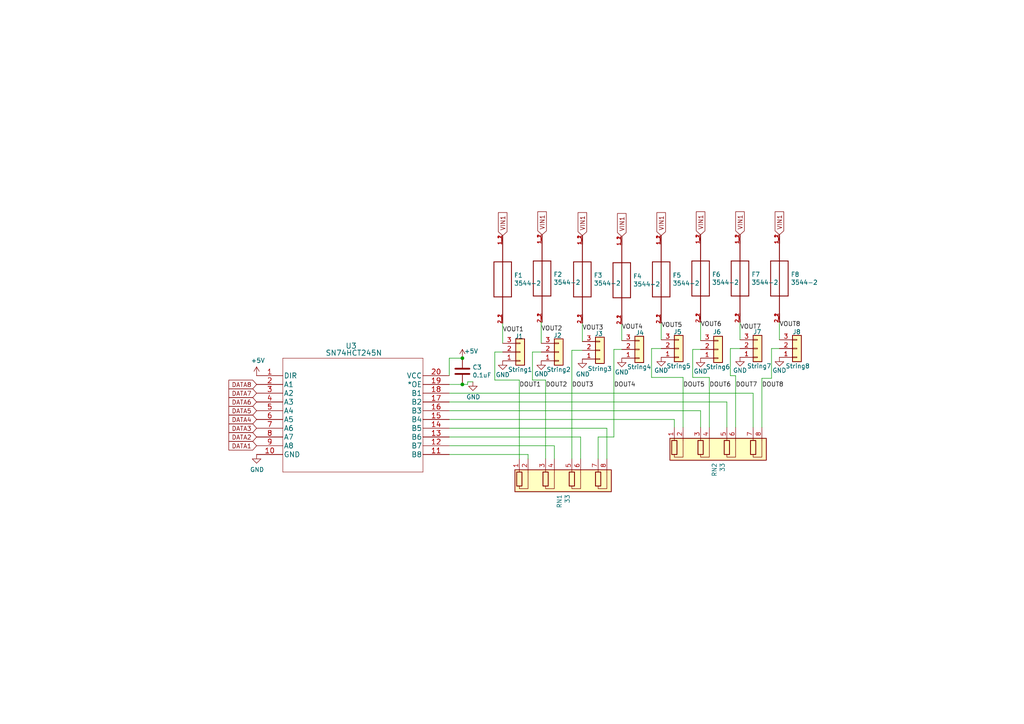
<source format=kicad_sch>
(kicad_sch (version 20211123) (generator eeschema)
  (paper "A4")
  (title_block (title "BBB 16") (date "2021-11-04") (rev "v2.1") (company "Scott Hanson"))
  (lib_symbols
    (symbol "BBB_16-rescue:3544-2-Keystone_Fuse" (pin_names (offset 1.016) hide)
      (property "Reference" "F" (at -5.08 3.302 0))
      (property "Value" "3544-2-Keystone_Fuse" (at -5.08 -5.08 0))
      (symbol "3544-2-Keystone_Fuse_0_0"
        (polyline (pts (xy -12.7 0) (xy 12.7 0)) (stroke (width 0.254)))
        (polyline (pts (xy -5.08 -2.54) (xy -5.08 2.54)) (stroke (width 0.254)))
        (polyline (pts (xy -5.08 2.54) (xy 5.08 2.54)) (stroke (width 0.254)))
        (polyline (pts (xy 5.08 -2.54) (xy -5.08 -2.54)) (stroke (width 0.254)))
        (polyline (pts (xy 5.08 2.54) (xy 5.08 -2.54)) (stroke (width 0.254)))
        (pin passive line (at -12.7 0 0) (length 2.54) (name "1") (number "1_1"))
        (pin passive line (at -12.7 0 0) (length 2.54) (name "1") (number "1_2"))
        (pin passive line (at 12.7 0 180) (length 2.54) (name "2") (number "2_1"))
        (pin passive line (at 12.7 0 180) (length 2.54) (name "2") (number "2_2"))
      )
    )
    (symbol "BBB_16-rescue:C-Device" (pin_numbers hide) (pin_names (offset 0.254))
      (property "Reference" "C" (at 0.635 2.54 0))
      (property "Value" "C-Device" (at 0.635 -2.54 0))
      (symbol "C-Device_0_1"
        (polyline (pts (xy -2.032 -0.762) (xy 2.032 -0.762)) (stroke (width 0.508)))
        (polyline (pts (xy -2.032 0.762) (xy 2.032 0.762)) (stroke (width 0.508)))
      )
      (symbol "C-Device_1_1"
        (pin passive line (at 0 3.81 270) (length 2.794) (name "~") (number "1"))
        (pin passive line (at 0 -3.81 90) (length 2.794) (name "~") (number "2"))
      )
    )
    (symbol "BBB_16-rescue:R_Pack04_SIP-Device" (pin_names (offset 0) hide)
      (property "Reference" "RN" (at -15.24 0 90))
      (property "Value" "R_Pack04_SIP-Device" (at 15.24 0 90))
      (symbol "R_Pack04_SIP-Device_0_1"
        (rectangle (start -13.97 -1.905) (end 13.97 4.445) (stroke (width 0.254)) (fill (type background)))
        (rectangle (start -13.462 2.794) (end -11.938 -1.27) (stroke (width 0.254)))
        (rectangle (start -5.842 2.794) (end -4.318 -1.27) (stroke (width 0.254)))
        (polyline (pts (xy -12.7 2.794) (xy -12.7 3.556) (xy -10.16 3.556) (xy -10.16 -1.27)))
        (polyline (pts (xy -5.08 2.794) (xy -5.08 3.556) (xy -2.54 3.556) (xy -2.54 -1.27)))
        (polyline (pts (xy 2.54 2.794) (xy 2.54 3.556) (xy 5.08 3.556) (xy 5.08 -1.27)))
        (polyline (pts (xy 10.16 2.794) (xy 10.16 3.556) (xy 12.7 3.556) (xy 12.7 -1.27)))
        (rectangle (start 1.778 2.794) (end 3.302 -1.27) (stroke (width 0.254)))
        (rectangle (start 9.398 2.794) (end 10.922 -1.27) (stroke (width 0.254)))
      )
      (symbol "R_Pack04_SIP-Device_1_1"
        (pin passive line (at -12.7 -5.08 90) (length 3.81) (name "R1.1") (number "1"))
        (pin passive line (at -10.16 -5.08 90) (length 3.81) (name "R1.2") (number "2"))
        (pin passive line (at -5.08 -5.08 90) (length 3.81) (name "R2.1") (number "3"))
        (pin passive line (at -2.54 -5.08 90) (length 3.81) (name "R2.2") (number "4"))
        (pin passive line (at 2.54 -5.08 90) (length 3.81) (name "R3.1") (number "5"))
        (pin passive line (at 5.08 -5.08 90) (length 3.81) (name "R3.2") (number "6"))
        (pin passive line (at 10.16 -5.08 90) (length 3.81) (name "R4.1") (number "7"))
        (pin passive line (at 12.7 -5.08 90) (length 3.81) (name "R4.2") (number "8"))
      )
    )
    (symbol "BBB_16-rescue:SN74HCT245N-SN74HCT245N" (pin_names (offset 0.254))
      (property "Reference" "U" (at 27.94 10.16 0))
      (property "Value" "SN74HCT245N-SN74HCT245N" (at 27.94 7.62 0))
      (symbol "SN74HCT245N-SN74HCT245N_1_0"
        (polyline (pts (xy 7.62 -27.94) (xy 48.26 -27.94)) (stroke (width 0.127)))
        (polyline (pts (xy 7.62 5.08) (xy 7.62 -27.94)) (stroke (width 0.127)))
        (polyline (pts (xy 48.26 -27.94) (xy 48.26 5.08)) (stroke (width 0.127)))
        (polyline (pts (xy 48.26 5.08) (xy 7.62 5.08)) (stroke (width 0.127)))
        (pin input line (at 0 0 0) (length 7.62) (name "DIR") (number "1"))
        (pin power_in line (at 0 -22.86 0) (length 7.62) (name "GND") (number "10"))
        (pin bidirectional line (at 55.88 -22.86 180) (length 7.62) (name "B8") (number "11"))
        (pin bidirectional line (at 55.88 -20.32 180) (length 7.62) (name "B7") (number "12"))
        (pin bidirectional line (at 55.88 -17.78 180) (length 7.62) (name "B6") (number "13"))
        (pin bidirectional line (at 55.88 -15.24 180) (length 7.62) (name "B5") (number "14"))
        (pin bidirectional line (at 55.88 -12.7 180) (length 7.62) (name "B4") (number "15"))
        (pin bidirectional line (at 55.88 -10.16 180) (length 7.62) (name "B3") (number "16"))
        (pin bidirectional line (at 55.88 -7.62 180) (length 7.62) (name "B2") (number "17"))
        (pin bidirectional line (at 55.88 -5.08 180) (length 7.62) (name "B1") (number "18"))
        (pin input line (at 55.88 -2.54 180) (length 7.62) (name "*OE") (number "19"))
        (pin bidirectional line (at 0 -2.54 0) (length 7.62) (name "A1") (number "2"))
        (pin power_in line (at 55.88 0 180) (length 7.62) (name "VCC") (number "20"))
        (pin bidirectional line (at 0 -5.08 0) (length 7.62) (name "A2") (number "3"))
        (pin bidirectional line (at 0 -7.62 0) (length 7.62) (name "A3") (number "4"))
        (pin bidirectional line (at 0 -10.16 0) (length 7.62) (name "A4") (number "5"))
        (pin bidirectional line (at 0 -12.7 0) (length 7.62) (name "A5") (number "6"))
        (pin bidirectional line (at 0 -15.24 0) (length 7.62) (name "A6") (number "7"))
        (pin bidirectional line (at 0 -17.78 0) (length 7.62) (name "A7") (number "8"))
        (pin bidirectional line (at 0 -20.32 0) (length 7.62) (name "A8") (number "9"))
      )
    )
    (symbol "Connector_Generic:Conn_01x03" (pin_names (offset 1.016) hide)
      (property "Reference" "J" (at 0 5.08 0))
      (property "Value" "Conn_01x03" (at 0 -5.08 0))
      (symbol "Conn_01x03_1_1"
        (rectangle (start -1.27 -2.413) (end 0 -2.667) (stroke (width 0.1524)))
        (rectangle (start -1.27 0.127) (end 0 -0.127) (stroke (width 0.1524)))
        (rectangle (start -1.27 2.667) (end 0 2.413) (stroke (width 0.1524)))
        (rectangle (start -1.27 3.81) (end 1.27 -3.81) (stroke (width 0.254)) (fill (type background)))
        (pin passive line (at -5.08 2.54 0) (length 3.81) (name "Pin_1") (number "1"))
        (pin passive line (at -5.08 0 0) (length 3.81) (name "Pin_2") (number "2"))
        (pin passive line (at -5.08 -2.54 0) (length 3.81) (name "Pin_3") (number "3"))
      )
    )
    (symbol "power:+5V" (power) (pin_names (offset 0))
      (property "Value" "+5V" (at 0 3.556 0))
      (symbol "+5V_0_1"
        (polyline (pts (xy -0.762 1.27) (xy 0 2.54)))
        (polyline (pts (xy 0 0) (xy 0 2.54)))
        (polyline (pts (xy 0 2.54) (xy 0.762 1.27)))
      )
      (symbol "+5V_1_1"
        (pin power_in line (at 0 0 90) (length 0) hide (name "+5V") (number "1"))
      )
    )
    (symbol "power:GND" (power) (pin_names (offset 0))
      (property "Value" "GND" (at 0 -3.81 0))
      (symbol "GND_0_1"
        (polyline (pts (xy 0 0) (xy 0 -1.27) (xy 1.27 -1.27) (xy 0 -2.54) (xy -1.27 -1.27) (xy 0 -1.27)))
      )
      (symbol "GND_1_1"
        (pin power_in line (at 0 0 270) (length 0) hide (name "GND") (number "1"))
      )
    )
  )
  (junction (at 134.112 111.506))
  (junction (at 134.112 103.886))
  (wire (pts (xy 135.636 110.744) (xy 135.636 111.506)))
  (wire (pts (xy 213.36 108.966) (xy 211.836 108.966)))
  (wire (pts (xy 214.63 93.472) (xy 214.63 98.552)))
  (wire (pts (xy 210.82 116.586) (xy 210.82 123.952)))
  (wire (pts (xy 156.972 93.472) (xy 157.226 93.472)))
  (wire (pts (xy 223.774 101.092) (xy 226.06 101.092)))
  (wire (pts (xy 211.836 101.092) (xy 214.63 101.092)))
  (wire (pts (xy 130.302 103.886) (xy 130.302 108.966)))
  (wire (pts (xy 134.112 103.886) (xy 130.302 103.886)))
  (wire (pts (xy 160.782 129.286) (xy 160.782 133.096)))
  (wire (pts (xy 191.77 101.092) (xy 188.976 101.092)))
  (wire (pts (xy 223.774 109.728) (xy 223.774 101.092)))
  (wire (pts (xy 130.302 124.206) (xy 176.022 124.206)))
  (wire (pts (xy 130.302 126.746) (xy 168.402 126.746)))
  (wire (pts (xy 168.91 93.726) (xy 168.91 99.06)))
  (wire (pts (xy 165.862 101.6) (xy 168.91 101.6)))
  (wire (pts (xy 220.98 123.952) (xy 220.98 109.728)))
  (wire (pts (xy 134.112 111.506) (xy 130.302 111.506)))
  (wire (pts (xy 135.636 111.506) (xy 134.112 111.506)))
  (wire (pts (xy 180.34 98.806) (xy 180.34 93.98)))
  (wire (pts (xy 203.2 123.952) (xy 203.2 119.126)))
  (wire (pts (xy 180.34 101.346) (xy 178.054 101.346)))
  (wire (pts (xy 165.862 133.096) (xy 165.862 101.6)))
  (wire (pts (xy 211.836 108.966) (xy 211.836 101.092)))
  (wire (pts (xy 130.302 129.286) (xy 160.782 129.286)))
  (wire (pts (xy 154.432 110.236) (xy 154.432 102.108)))
  (wire (pts (xy 145.796 93.726) (xy 145.796 99.568)))
  (wire (pts (xy 226.06 98.552) (xy 226.06 93.472)))
  (wire (pts (xy 200.914 101.346) (xy 200.914 109.474)))
  (wire (pts (xy 168.402 126.746) (xy 168.402 133.096)))
  (wire (pts (xy 143.51 102.108) (xy 145.796 102.108)))
  (wire (pts (xy 150.622 133.096) (xy 150.622 110.236)))
  (wire (pts (xy 218.44 114.046) (xy 218.44 123.952)))
  (wire (pts (xy 173.482 126.746) (xy 173.482 133.096)))
  (wire (pts (xy 137.16 110.744) (xy 135.636 110.744)))
  (wire (pts (xy 188.976 101.092) (xy 188.976 109.474)))
  (wire (pts (xy 195.58 121.666) (xy 195.58 123.952)))
  (wire (pts (xy 188.976 109.474) (xy 198.12 109.474)))
  (wire (pts (xy 176.022 124.206) (xy 176.022 133.096)))
  (wire (pts (xy 158.242 133.096) (xy 158.242 110.236)))
  (wire (pts (xy 203.2 93.472) (xy 203.2 98.806)))
  (wire (pts (xy 130.302 114.046) (xy 218.44 114.046)))
  (wire (pts (xy 158.242 110.236) (xy 154.432 110.236)))
  (wire (pts (xy 130.302 121.666) (xy 195.58 121.666)))
  (wire (pts (xy 130.302 119.126) (xy 203.2 119.126)))
  (wire (pts (xy 143.51 110.236) (xy 143.51 102.108)))
  (wire (pts (xy 153.162 131.826) (xy 153.162 133.096)))
  (wire (pts (xy 213.36 123.952) (xy 213.36 108.966)))
  (wire (pts (xy 130.302 131.826) (xy 153.162 131.826)))
  (wire (pts (xy 191.77 98.552) (xy 191.77 93.726)))
  (wire (pts (xy 150.622 110.236) (xy 143.51 110.236)))
  (wire (pts (xy 220.98 109.728) (xy 223.774 109.728)))
  (wire (pts (xy 200.914 109.474) (xy 205.74 109.474)))
  (wire (pts (xy 178.054 101.346) (xy 178.054 126.746)))
  (wire (pts (xy 156.972 102.108) (xy 154.432 102.108)))
  (wire (pts (xy 156.972 99.568) (xy 156.972 93.472)))
  (wire (pts (xy 198.12 109.474) (xy 198.12 123.952)))
  (wire (pts (xy 205.74 109.474) (xy 205.74 123.952)))
  (wire (pts (xy 178.054 126.746) (xy 173.482 126.746)))
  (wire (pts (xy 130.302 116.586) (xy 210.82 116.586)))
  (wire (pts (xy 203.2 101.346) (xy 200.914 101.346)))
  (label "DOUT3" (at 165.862 112.522 0))
  (label "DOUT6" (at 205.74 112.522 0))
  (label "VOUT5" (at 191.77 95.25 0))
  (label "VOUT6" (at 203.2 94.996 0))
  (label "DOUT4" (at 178.054 112.522 0))
  (label "DOUT1" (at 150.622 112.522 0))
  (label "VOUT4" (at 180.34 95.758 0))
  (label "VOUT2" (at 156.972 96.266 0))
  (label "DOUT2" (at 158.242 112.522 0))
  (label "DOUT8" (at 220.98 112.522 0))
  (label "DOUT5" (at 198.12 112.522 0))
  (label "VOUT8" (at 226.06 94.996 0))
  (label "VOUT7" (at 214.63 95.758 0))
  (label "VOUT1" (at 145.796 96.52 0))
  (label "VOUT3" (at 168.91 96.012 0))
  (label "DOUT7" (at 213.36 112.522 0))
  (global_label "DATA3" (shape input) (at 74.422 124.206 180) (property "Intersheet References" "${INTERSHEET_REFS}" (effects hide)))
  (global_label "VIN1" (shape input) (at 203.2 68.072 90) (property "Intersheet References" "${INTERSHEET_REFS}" (effects hide)))
  (global_label "DATA1" (shape input) (at 74.422 129.286 180) (property "Intersheet References" "${INTERSHEET_REFS}" (effects hide)))
  (global_label "DATA5" (shape input) (at 74.422 119.126 180) (property "Intersheet References" "${INTERSHEET_REFS}" (effects hide)))
  (global_label "DATA2" (shape input) (at 74.422 126.746 180) (property "Intersheet References" "${INTERSHEET_REFS}" (effects hide)))
  (global_label "VIN1" (shape input) (at 168.91 68.326 90) (property "Intersheet References" "${INTERSHEET_REFS}" (effects hide)))
  (global_label "VIN1" (shape input) (at 145.796 68.326 90) (property "Intersheet References" "${INTERSHEET_REFS}" (effects hide)))
  (global_label "DATA6" (shape input) (at 74.422 116.586 180) (property "Intersheet References" "${INTERSHEET_REFS}" (effects hide)))
  (global_label "VIN1" (shape input) (at 157.226 68.072 90) (property "Intersheet References" "${INTERSHEET_REFS}" (effects hide)))
  (global_label "DATA7" (shape input) (at 74.422 114.046 180) (property "Intersheet References" "${INTERSHEET_REFS}" (effects hide)))
  (global_label "VIN1" (shape input) (at 180.34 68.58 90) (property "Intersheet References" "${INTERSHEET_REFS}" (effects hide)))
  (global_label "VIN1" (shape input) (at 191.77 68.326 90) (property "Intersheet References" "${INTERSHEET_REFS}" (effects hide)))
  (global_label "DATA8" (shape input) (at 74.422 111.506 180) (property "Intersheet References" "${INTERSHEET_REFS}" (effects hide)))
  (global_label "DATA4" (shape input) (at 74.422 121.666 180) (property "Intersheet References" "${INTERSHEET_REFS}" (effects hide)))
  (global_label "VIN1" (shape input) (at 214.63 68.072 90) (property "Intersheet References" "${INTERSHEET_REFS}" (effects hide)))
  (global_label "VIN1" (shape input) (at 226.06 68.072 90) (property "Intersheet References" "${INTERSHEET_REFS}" (effects hide)))
  (symbol (lib_id "Connector_Generic:Conn_01x03") (at 150.876 102.108 0) (mirror x) (unit 1)
    (property "Reference" "J1" (at 149.352 97.536 0) (effects (justify left)))
    (property "Value" "String1" (at 147.32 107.188 0) (effects (justify left)))
    (property "Footprint" "Connector_Phoenix_MC:PhoenixContact_MCV_1,5_3-G-3.5_1x03_P3.50mm_Vertical" (effects hide))
    (property "Digi-Key_PN" "277-5737-ND/ED10555-ND" (effects hide))
    (property "MPN" "1843619/OSTTJ0311530" (effects hide))
  )
  (symbol (lib_id "Connector_Generic:Conn_01x03") (at 162.052 102.108 0) (mirror x) (unit 1)
    (property "Reference" "J2" (at 160.528 97.282 0) (effects (justify left)))
    (property "Value" "String2" (at 158.496 107.188 0) (effects (justify left)))
    (property "Footprint" "Connector_Phoenix_MC:PhoenixContact_MCV_1,5_3-G-3.5_1x03_P3.50mm_Vertical" (effects hide))
    (property "Digi-Key_PN" "277-5737-ND/ED10555-ND" (effects hide))
    (property "MPN" "1843619/OSTTJ0311530" (effects hide))
  )
  (symbol (lib_id "Connector_Generic:Conn_01x03") (at 173.99 101.6 0) (mirror x) (unit 1)
    (property "Reference" "J3" (at 172.466 96.774 0) (effects (justify left)))
    (property "Value" "String3" (at 170.434 106.934 0) (effects (justify left)))
    (property "Footprint" "Connector_Phoenix_MC:PhoenixContact_MCV_1,5_3-G-3.5_1x03_P3.50mm_Vertical" (effects hide))
    (property "Digi-Key_PN" "277-5737-ND/ED10555-ND" (effects hide))
    (property "MPN" "1843619/OSTTJ0311530" (effects hide))
  )
  (symbol (lib_id "Connector_Generic:Conn_01x03") (at 185.42 101.346 0) (mirror x) (unit 1)
    (property "Reference" "J4" (at 184.404 96.52 0) (effects (justify left)))
    (property "Value" "String4" (at 181.864 106.426 0) (effects (justify left)))
    (property "Footprint" "Connector_Phoenix_MC:PhoenixContact_MCV_1,5_3-G-3.5_1x03_P3.50mm_Vertical" (effects hide))
    (property "Digi-Key_PN" "277-5737-ND/ED10555-ND" (effects hide))
    (property "MPN" "1843619/OSTTJ0311530" (effects hide))
  )
  (symbol (lib_id "Connector_Generic:Conn_01x03") (at 196.85 101.092 0) (mirror x) (unit 1)
    (property "Reference" "J5" (at 195.326 96.266 0) (effects (justify left)))
    (property "Value" "String5" (at 193.294 106.172 0) (effects (justify left)))
    (property "Footprint" "Connector_Phoenix_MC:PhoenixContact_MCV_1,5_3-G-3.5_1x03_P3.50mm_Vertical" (effects hide))
    (property "Digi-Key_PN" "277-5737-ND/ED10555-ND" (effects hide))
    (property "MPN" "1843619/OSTTJ0311530" (effects hide))
  )
  (symbol (lib_id "Connector_Generic:Conn_01x03") (at 208.28 101.346 0) (mirror x) (unit 1)
    (property "Reference" "J6" (at 206.756 96.266 0) (effects (justify left)))
    (property "Value" "String6" (at 204.724 106.426 0) (effects (justify left)))
    (property "Footprint" "Connector_Phoenix_MC:PhoenixContact_MCV_1,5_3-G-3.5_1x03_P3.50mm_Vertical" (effects hide))
    (property "Digi-Key_PN" "277-5737-ND/ED10555-ND" (effects hide))
    (property "MPN" "1843619/OSTTJ0311530" (effects hide))
  )
  (symbol (lib_id "Connector_Generic:Conn_01x03") (at 219.71 101.092 0) (mirror x) (unit 1)
    (property "Reference" "J7" (at 218.44 96.266 0) (effects (justify left)))
    (property "Value" "String7" (at 216.662 106.172 0) (effects (justify left)))
    (property "Footprint" "Connector_Phoenix_MC:PhoenixContact_MCV_1,5_3-G-3.5_1x03_P3.50mm_Vertical" (effects hide))
    (property "Digi-Key_PN" "277-5737-ND/ED10555-ND" (effects hide))
    (property "MPN" "1843619/OSTTJ0311530" (effects hide))
  )
  (symbol (lib_id "Connector_Generic:Conn_01x03") (at 231.14 101.092 0) (mirror x) (unit 1)
    (property "Reference" "J8" (at 229.87 96.266 0) (effects (justify left)))
    (property "Value" "String8" (at 227.838 106.172 0) (effects (justify left)))
    (property "Footprint" "Connector_Phoenix_MC:PhoenixContact_MCV_1,5_3-G-3.5_1x03_P3.50mm_Vertical" (effects hide))
    (property "Digi-Key_PN" "277-5737-ND/ED10555-ND" (effects hide))
    (property "MPN" "1843619/OSTTJ0311530" (effects hide))
  )
  (symbol (lib_id "power:GND") (at 145.796 104.648 0) (unit 1)
    (property "Reference" "#PWR012" (effects hide))
    (property "Value" "GND" (at 145.796 108.712 0))
  )
  (symbol (lib_id "power:GND") (at 156.972 104.648 0) (unit 1)
    (property "Reference" "#PWR013" (effects hide))
    (property "Value" "GND" (at 156.972 108.458 0))
  )
  (symbol (lib_id "power:GND") (at 168.91 104.14 0) (unit 1)
    (property "Reference" "#PWR014" (effects hide))
    (property "Value" "GND" (at 169.037 108.5342 0))
  )
  (symbol (lib_id "power:GND") (at 180.34 103.886 0) (unit 1)
    (property "Reference" "#PWR015" (effects hide))
    (property "Value" "GND" (at 180.34 107.95 0))
  )
  (symbol (lib_id "power:GND") (at 191.77 103.632 0) (unit 1)
    (property "Reference" "#PWR016" (effects hide))
    (property "Value" "GND" (at 191.77 107.442 0))
  )
  (symbol (lib_id "power:GND") (at 203.2 103.886 0) (unit 1)
    (property "Reference" "#PWR017" (effects hide))
    (property "Value" "GND" (at 203.2 107.696 0))
  )
  (symbol (lib_id "power:GND") (at 214.63 103.632 0) (unit 1)
    (property "Reference" "#PWR018" (effects hide))
    (property "Value" "GND" (at 214.63 107.442 0))
  )
  (symbol (lib_id "power:GND") (at 226.06 103.632 0) (unit 1)
    (property "Reference" "#PWR019" (effects hide))
    (property "Value" "GND" (at 226.06 107.442 0))
  )
  (symbol (lib_id "BBB_16-rescue:3544-2-Keystone_Fuse") (at 157.226 80.772 270) (unit 1)
    (property "Reference" "F2" (at 160.528 79.6036 90) (effects (justify left)))
    (property "Value" "3544-2" (at 160.528 81.915 90) (effects (justify left)))
    (property "Footprint" "Keystone_Fuse:FUSE_3544-2" (effects hide))
    (property "Field4" "3544-2" (effects hide))
    (property "Field5" "None" (effects hide))
    (property "Field6" "Unavailable" (effects hide))
    (property "Field7" "Fuse Clip; 500 VAC; 30 A; PCB; For 0.110 in. x 0.032 in. mini blade fuses" (effects hide))
    (property "Field8" "Keystone Electronics" (effects hide))
    (property "Digi-Key_PN" "36-3544-2-ND" (effects hide))
    (property "MPN" "3544-2" (effects hide))
  )
  (symbol (lib_id "BBB_16-rescue:3544-2-Keystone_Fuse") (at 168.91 81.026 270) (unit 1)
    (property "Reference" "F3" (at 172.212 79.8576 90) (effects (justify left)))
    (property "Value" "3544-2" (at 172.212 82.169 90) (effects (justify left)))
    (property "Footprint" "Keystone_Fuse:FUSE_3544-2" (effects hide))
    (property "Field4" "3544-2" (effects hide))
    (property "Field5" "None" (effects hide))
    (property "Field6" "Unavailable" (effects hide))
    (property "Field7" "Fuse Clip; 500 VAC; 30 A; PCB; For 0.110 in. x 0.032 in. mini blade fuses" (effects hide))
    (property "Field8" "Keystone Electronics" (effects hide))
    (property "Digi-Key_PN" "36-3544-2-ND" (effects hide))
    (property "MPN" "3544-2" (effects hide))
  )
  (symbol (lib_id "BBB_16-rescue:3544-2-Keystone_Fuse") (at 180.34 81.28 270) (unit 1)
    (property "Reference" "F4" (at 183.642 80.1116 90) (effects (justify left)))
    (property "Value" "3544-2" (at 183.642 82.423 90) (effects (justify left)))
    (property "Footprint" "Keystone_Fuse:FUSE_3544-2" (effects hide))
    (property "Field4" "3544-2" (effects hide))
    (property "Field5" "None" (effects hide))
    (property "Field6" "Unavailable" (effects hide))
    (property "Field7" "Fuse Clip; 500 VAC; 30 A; PCB; For 0.110 in. x 0.032 in. mini blade fuses" (effects hide))
    (property "Field8" "Keystone Electronics" (effects hide))
    (property "Digi-Key_PN" "36-3544-2-ND" (effects hide))
    (property "MPN" "3544-2" (effects hide))
  )
  (symbol (lib_id "BBB_16-rescue:3544-2-Keystone_Fuse") (at 191.77 81.026 270) (unit 1)
    (property "Reference" "F5" (at 195.072 79.8576 90) (effects (justify left)))
    (property "Value" "3544-2" (at 195.072 82.169 90) (effects (justify left)))
    (property "Footprint" "Keystone_Fuse:FUSE_3544-2" (effects hide))
    (property "Field4" "3544-2" (effects hide))
    (property "Field5" "None" (effects hide))
    (property "Field6" "Unavailable" (effects hide))
    (property "Field7" "Fuse Clip; 500 VAC; 30 A; PCB; For 0.110 in. x 0.032 in. mini blade fuses" (effects hide))
    (property "Field8" "Keystone Electronics" (effects hide))
    (property "Digi-Key_PN" "36-3544-2-ND" (effects hide))
    (property "MPN" "3544-2" (effects hide))
  )
  (symbol (lib_id "BBB_16-rescue:3544-2-Keystone_Fuse") (at 203.2 80.772 270) (unit 1)
    (property "Reference" "F6" (at 206.502 79.6036 90) (effects (justify left)))
    (property "Value" "3544-2" (at 206.502 81.915 90) (effects (justify left)))
    (property "Footprint" "Keystone_Fuse:FUSE_3544-2" (effects hide))
    (property "Field4" "3544-2" (effects hide))
    (property "Field5" "None" (effects hide))
    (property "Field6" "Unavailable" (effects hide))
    (property "Field7" "Fuse Clip; 500 VAC; 30 A; PCB; For 0.110 in. x 0.032 in. mini blade fuses" (effects hide))
    (property "Field8" "Keystone Electronics" (effects hide))
    (property "Digi-Key_PN" "36-3544-2-ND" (effects hide))
    (property "MPN" "3544-2" (effects hide))
  )
  (symbol (lib_id "BBB_16-rescue:3544-2-Keystone_Fuse") (at 214.63 80.772 270) (unit 1)
    (property "Reference" "F7" (at 217.932 79.6036 90) (effects (justify left)))
    (property "Value" "3544-2" (at 217.932 81.915 90) (effects (justify left)))
    (property "Footprint" "Keystone_Fuse:FUSE_3544-2" (effects hide))
    (property "Field4" "3544-2" (effects hide))
    (property "Field5" "None" (effects hide))
    (property "Field6" "Unavailable" (effects hide))
    (property "Field7" "Fuse Clip; 500 VAC; 30 A; PCB; For 0.110 in. x 0.032 in. mini blade fuses" (effects hide))
    (property "Field8" "Keystone Electronics" (effects hide))
    (property "Digi-Key_PN" "36-3544-2-ND" (effects hide))
    (property "MPN" "3544-2" (effects hide))
  )
  (symbol (lib_id "BBB_16-rescue:3544-2-Keystone_Fuse") (at 226.06 80.772 270) (unit 1)
    (property "Reference" "F8" (at 229.362 79.6036 90) (effects (justify left)))
    (property "Value" "3544-2" (at 229.362 81.915 90) (effects (justify left)))
    (property "Footprint" "Keystone_Fuse:FUSE_3544-2" (effects hide))
    (property "Field4" "3544-2" (effects hide))
    (property "Field5" "None" (effects hide))
    (property "Field6" "Unavailable" (effects hide))
    (property "Field7" "Fuse Clip; 500 VAC; 30 A; PCB; For 0.110 in. x 0.032 in. mini blade fuses" (effects hide))
    (property "Field8" "Keystone Electronics" (effects hide))
    (property "Digi-Key_PN" "36-3544-2-ND" (effects hide))
    (property "MPN" "3544-2" (effects hide))
  )
  (symbol (lib_id "power:GND") (at 137.16 110.744 0) (unit 1)
    (property "Reference" "#PWR011" (effects hide))
    (property "Value" "GND" (at 137.287 115.1382 0))
  )
  (symbol (lib_id "power:+5V") (at 74.422 108.966 0) (unit 1)
    (property "Reference" "#PWR08" (effects hide))
    (property "Value" "+5V" (at 74.803 104.5718 0))
  )
  (symbol (lib_id "power:GND") (at 74.422 131.826 0) (unit 1)
    (property "Reference" "#PWR09" (effects hide))
    (property "Value" "GND" (at 74.549 136.2202 0))
  )
  (symbol (lib_id "BBB_16-rescue:C-Device") (at 134.112 107.696 0) (unit 1)
    (property "Reference" "C3" (at 137.033 106.5276 0) (effects (justify left)))
    (property "Value" "0.1uF" (at 137.033 108.839 0) (effects (justify left)))
    (property "Footprint" "Capacitor_SMD:C_0603_1608Metric_Pad1.08x0.95mm_HandSolder" (effects hide))
    (property "Digi-Key_PN" "478-7336-1-ND" (effects hide))
    (property "MPN" "SR215C104KARTR1" (effects hide))
  )
  (symbol (lib_id "power:+5V") (at 134.112 103.886 0) (unit 1)
    (property "Reference" "#PWR010" (effects hide))
    (property "Value" "+5V" (at 136.652 101.854 0))
  )
  (symbol (lib_id "BBB_16-rescue:R_Pack04_SIP-Device") (at 208.28 129.032 0) (mirror x) (unit 1)
    (property "Reference" "RN2" (at 207.2132 134.239 90) (effects (justify left)))
    (property "Value" "33" (at 209.5246 134.239 90) (effects (justify left)))
    (property "Footprint" "Resistor_THT:R_Array_SIP8" (effects hide))
    (property "Datasheet" "http://www.vishay.com/docs/31509/csc.pdf" (effects hide))
    (property "Digi-Key_PN" "4608X-2-330LF-ND" (effects hide))
    (property "MPN" "4608X-102-330LF" (effects hide))
  )
  (symbol (lib_id "BBB_16-rescue:SN74HCT245N-SN74HCT245N") (at 74.422 108.966 0) (unit 1)
    (property "Reference" "U3" (at 101.854 100.33 0) (effects (font (size 1.524 1.524))))
    (property "Value" "SN74HCT245N" (at 102.616 102.362 0) (effects (font (size 1.524 1.524))))
    (property "Footprint" "SN74HCT245NSR:SN74HCT245NSR" (effects hide))
    (property "Digi-Key_PN" "296-1612-5-ND" (effects hide))
    (property "MPN" "SN74HCT245N" (effects hide))
  )
  (symbol (lib_id "BBB_16-rescue:3544-2-Keystone_Fuse") (at 145.796 81.026 270) (unit 1)
    (property "Reference" "F1" (at 149.098 79.8576 90) (effects (justify left)))
    (property "Value" "3544-2" (at 149.098 82.169 90) (effects (justify left)))
    (property "Footprint" "Keystone_Fuse:FUSE_3544-2" (effects hide))
    (property "Field4" "3544-2" (effects hide))
    (property "Field5" "None" (effects hide))
    (property "Field6" "Unavailable" (effects hide))
    (property "Field7" "Fuse Clip; 500 VAC; 30 A; PCB; For 0.110 in. x 0.032 in. mini blade fuses" (effects hide))
    (property "Field8" "Keystone Electronics" (effects hide))
    (property "Digi-Key_PN" "36-3544-2-ND" (effects hide))
    (property "MPN" "3544-2" (effects hide))
  )
  (symbol (lib_id "BBB_16-rescue:R_Pack04_SIP-Device") (at 163.322 138.176 0) (mirror x) (unit 1)
    (property "Reference" "RN1" (at 162.2552 143.383 90) (effects (justify left)))
    (property "Value" "33" (at 164.5666 143.383 90) (effects (justify left)))
    (property "Footprint" "Resistor_THT:R_Array_SIP8" (effects hide))
    (property "Datasheet" "http://www.vishay.com/docs/31509/csc.pdf" (effects hide))
    (property "Digi-Key_PN" "4608X-2-330LF-ND" (effects hide))
    (property "MPN" "4608X-102-330LF" (effects hide))
  )
)
</source>
